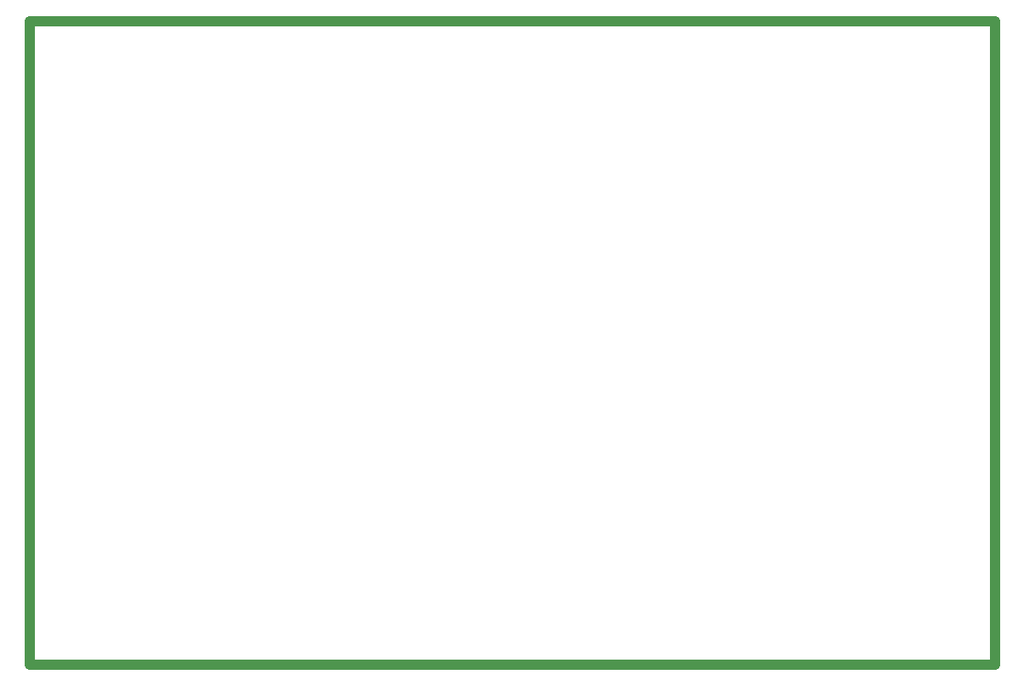
<source format=gm1>
G04*
G04 #@! TF.GenerationSoftware,Altium Limited,Altium Designer,20.2.6 (244)*
G04*
G04 Layer_Color=16711935*
%FSTAX24Y24*%
%MOIN*%
G70*
G04*
G04 #@! TF.SameCoordinates,20AB1978-7CCD-4664-BF1E-2587ED644C09*
G04*
G04*
G04 #@! TF.FilePolarity,Positive*
G04*
G01*
G75*
%ADD124C,0.0400*%
D124*
X000823Y000364D02*
X038618D01*
Y02556D01*
X000823D02*
X038618D01*
X000823Y000364D02*
Y02556D01*
M02*

</source>
